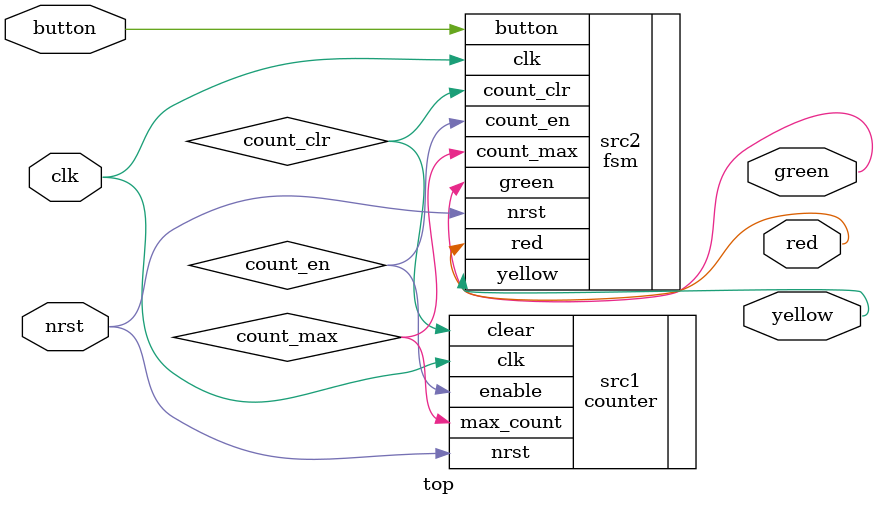
<source format=sv>
module top (
    input logic clk, nrst, //clock and negative-edge reset
    //other signals here
    input logic button,
    output logic red, yellow, green
);
    //internal signals
    logic count_en, count_clr, count_max;

    //all submodule instantiations here
    counter src1 (
        .clk(clk), .nrst(nrst), //clock and negative-edge reset
        //other signals here
        .clear(count_clr), .enable(count_en),
        .max_count(count_max)
    );

    fsm src2 (
        .clk(clk), .nrst(nrst), //clock and negative-edge reset
        //other signals here
        .button(button), .count_max(count_max),
        .red(red), .yellow(yellow), .green(green),
        .count_clr(count_clr), .count_en(count_en)
    );
    
endmodule
</source>
